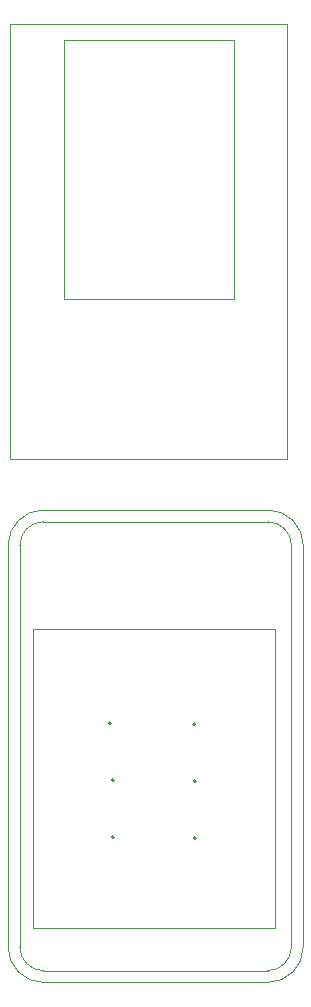
<source format=gbr>
%TF.GenerationSoftware,KiCad,Pcbnew,(6.0.0)*%
%TF.CreationDate,2022-06-29T15:28:05+09:00*%
%TF.ProjectId,TipLets_Board,5469704c-6574-4735-9f42-6f6172642e6b,rev?*%
%TF.SameCoordinates,Original*%
%TF.FileFunction,Other,Comment*%
%FSLAX46Y46*%
G04 Gerber Fmt 4.6, Leading zero omitted, Abs format (unit mm)*
G04 Created by KiCad (PCBNEW (6.0.0)) date 2022-06-29 15:28:05*
%MOMM*%
%LPD*%
G01*
G04 APERTURE LIST*
%ADD10C,0.100000*%
%ADD11C,0.200000*%
G04 APERTURE END LIST*
D10*
X20685002Y-89817000D02*
X39685000Y-89817002D01*
X17885000Y-48712000D02*
X41285000Y-48712000D01*
X41285000Y-48712000D02*
X41285000Y-85522000D01*
X41285000Y-85522000D02*
X17885000Y-85522000D01*
X17885000Y-85522000D02*
X17885000Y-48712000D01*
X20685002Y-90817000D02*
G75*
G03*
X18685002Y-92817000I-1J-1999999D01*
G01*
X22465000Y-50047000D02*
X36855000Y-50047000D01*
X36855000Y-50047000D02*
X36855000Y-71977000D01*
X36855000Y-71977000D02*
X22465000Y-71977000D01*
X22465000Y-71977000D02*
X22465000Y-50047000D01*
X42685000Y-92817002D02*
G75*
G03*
X39685000Y-89817002I-3000001J-1D01*
G01*
X20685002Y-90817000D02*
X39685000Y-90817000D01*
X17685002Y-126816998D02*
X17685002Y-92817000D01*
X39685000Y-129816998D02*
G75*
G03*
X42685000Y-126816998I-1J3000001D01*
G01*
X19761476Y-99917000D02*
X40261476Y-99917000D01*
X40261476Y-99917000D02*
X40261476Y-125217000D01*
X40261476Y-125217000D02*
X19761476Y-125217000D01*
X19761476Y-125217000D02*
X19761476Y-99917000D01*
X20685002Y-89817000D02*
G75*
G03*
X17685002Y-92817000I1J-3000001D01*
G01*
X18685002Y-126816998D02*
X18685002Y-92817000D01*
X39685000Y-129816998D02*
X20685002Y-129816998D01*
X39685000Y-128816998D02*
G75*
G03*
X41685000Y-126816998I1J1999999D01*
G01*
X42685000Y-126816998D02*
X42685000Y-92817002D01*
X41685000Y-92817000D02*
X41685000Y-126816998D01*
X39685000Y-128816998D02*
X20685002Y-128816998D01*
X18685002Y-126816998D02*
G75*
G03*
X20685002Y-128816998I1999999J-1D01*
G01*
X41685000Y-92817000D02*
G75*
G03*
X39685000Y-90817000I-1999999J1D01*
G01*
X17685002Y-126816998D02*
G75*
G03*
X20685002Y-129816998I3000001J1D01*
G01*
D11*
%TO.C,U2*%
X33598560Y-112792800D02*
G75*
G03*
X33598560Y-112792800I-100000J0D01*
G01*
%TO.C,U4*%
X26405000Y-107881970D02*
G75*
G03*
X26405000Y-107881970I-100000J0D01*
G01*
%TO.C,U6*%
X26647000Y-117533970D02*
G75*
G03*
X26647000Y-117533970I-100000J0D01*
G01*
%TO.C,U5*%
X26647000Y-112707970D02*
G75*
G03*
X26647000Y-112707970I-100000J0D01*
G01*
%TO.C,U1*%
X33550560Y-107966800D02*
G75*
G03*
X33550560Y-107966800I-100000J0D01*
G01*
%TO.C,U3*%
X33598560Y-117618800D02*
G75*
G03*
X33598560Y-117618800I-100000J0D01*
G01*
%TD*%
M02*

</source>
